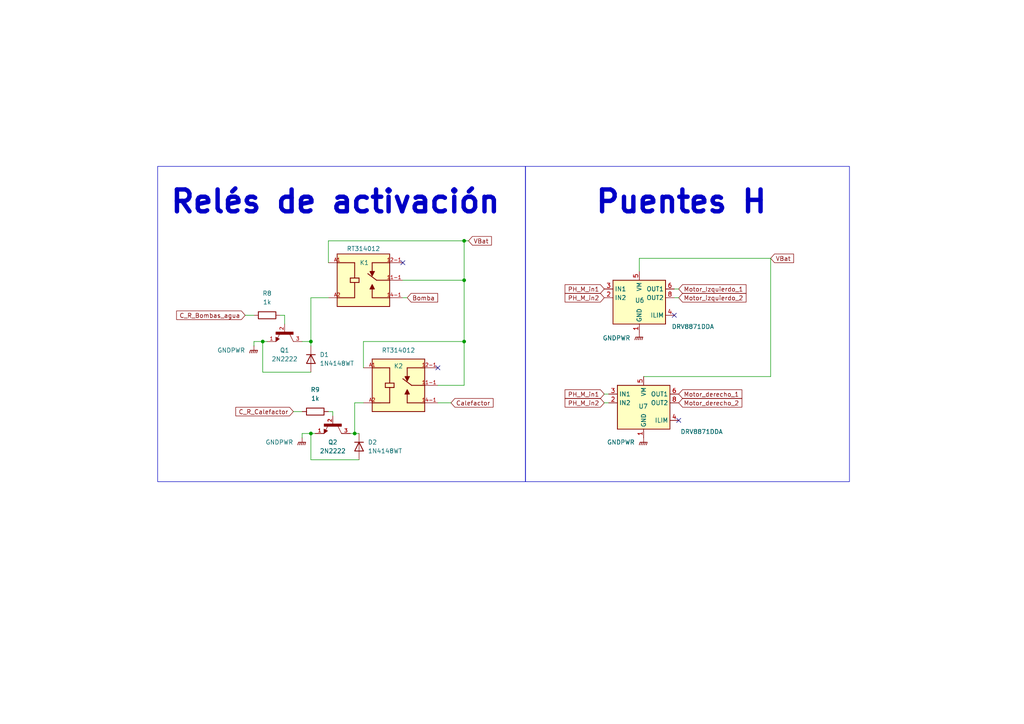
<source format=kicad_sch>
(kicad_sch (version 20250114) (generator "eeschema") (generator_version "9.0")
  (paper "A4")
  (title_block (title "Circuitos de Potencia") (date "2025-03-31") (company "Universidad de Barcelona") (comment 1 "Argibay Manuel, Yang Alex"))
  (lib_symbols
    (symbol "2N2222:2N2222" (pin_names (offset 1.016))
      (property "Reference" "Q" (at -10.16 7.62 0))
      (property "Value" "2N2222" (at -10.16 -7.62 0))
      (symbol "2N2222_0_0"
        (rectangle (start -0.254 -2.54) (end 0.508 2.54) (stroke (width 0.1)) (fill (type outline)))
        (polyline (pts (xy 1.27 -2.54) (xy 1.778 -1.524)) (stroke (width 0.1524)))
        (polyline (pts (xy 1.524 -2.286) (xy 1.905 -2.286)) (stroke (width 0.254)))
        (polyline (pts (xy 1.524 -2.413) (xy 2.286 -2.413)) (stroke (width 0.254)))
        (polyline (pts (xy 1.54 -2.04) (xy 0.308 -1.424)) (stroke (width 0.1524)))
        (polyline (pts (xy 1.778 -1.524) (xy 2.54 -2.54)) (stroke (width 0.1524)))
        (polyline (pts (xy 1.778 -1.778) (xy 1.524 -2.286)) (stroke (width 0.254)))
        (polyline (pts (xy 1.905 -2.286) (xy 1.778 -2.032)) (stroke (width 0.254)))
        (polyline (pts (xy 2.286 -2.413) (xy 1.778 -1.778)) (stroke (width 0.254)))
        (polyline (pts (xy 2.54 2.54) (xy 0.508 1.524)) (stroke (width 0.1524)))
        (polyline (pts (xy 2.54 -2.54) (xy 1.27 -2.54)) (stroke (width 0.1524)))
        (pin passive line (at -2.54 0 0) (length 2.54) (name "~") (number "2"))
        (pin passive line (at 2.54 5.08 270) (length 2.54) (name "~") (number "3"))
        (pin passive line (at 2.54 -5.08 90) (length 2.54) (name "~") (number "1"))
      )
    )
    (symbol "Device:R" (pin_numbers (hide yes)) (pin_names (offset 0))
      (property "Reference" "R" (at 2.032 0 90))
      (property "Value" "R" (at 0 0 90))
      (symbol "R_0_1"
        (rectangle (start -1.016 -2.54) (end 1.016 2.54) (stroke (width 0.254)))
      )
      (symbol "R_1_1"
        (pin passive line (at 0 3.81 270) (length 1.27) (name "~") (number "1"))
        (pin passive line (at 0 -3.81 90) (length 1.27) (name "~") (number "2"))
      )
    )
    (symbol "Diode:1N4148WT" (pin_numbers (hide yes)) (pin_names (hide yes))
      (property "Reference" "D" (at 0 2.54 0))
      (property "Value" "1N4148WT" (at 0 -2.54 0))
      (symbol "1N4148WT_0_1"
        (polyline (pts (xy -1.27 1.27) (xy -1.27 -1.27)) (stroke (width 0.254)))
        (polyline (pts (xy 1.27 1.27) (xy 1.27 -1.27) (xy -1.27 0) (xy 1.27 1.27)) (stroke (width 0.254)))
        (polyline (pts (xy 1.27 0) (xy -1.27 0)))
      )
      (symbol "1N4148WT_1_1"
        (pin passive line (at -3.81 0 0) (length 2.54) (name "K") (number "1"))
        (pin passive line (at 3.81 0 180) (length 2.54) (name "A") (number "2"))
      )
    )
    (symbol "Driver_Motor:DRV8871DDA"
      (property "Reference" "U" (at -6.35 6.35 0))
      (property "Value" "DRV8871DDA" (at 8.89 6.35 0))
      (symbol "DRV8871DDA_0_1"
        (rectangle (start -7.62 5.08) (end 7.62 -7.62) (stroke (width 0.254)) (fill (type background)))
      )
      (symbol "DRV8871DDA_1_1"
        (pin input line (at -10.16 2.54 0) (length 2.54) (name "IN1") (number "3"))
        (pin input line (at -10.16 0 0) (length 2.54) (name "IN2") (number "2"))
        (pin power_in line (at 0 7.62 270) (length 2.54) (name "VM") (number "5"))
        (pin power_in line (at 0 -10.16 90) (length 2.54) (name "GND") (number "1"))
        (pin passive line (at 0 -10.16 90) (length 2.54) (hide yes) (name "GND") (number "7"))
        (pin passive line (at 0 -10.16 90) (length 2.54) (hide yes) (name "GND") (number "9"))
        (pin output line (at 10.16 2.54 180) (length 2.54) (name "OUT1") (number "6"))
        (pin output line (at 10.16 0 180) (length 2.54) (name "OUT2") (number "8"))
        (pin passive line (at 10.16 -5.08 180) (length 2.54) (name "ILIM") (number "4"))
      )
    )
    (symbol "RT314012:RT314012" (pin_names (offset 1.016))
      (property "Reference" "K" (at -7.62 8.89 0))
      (property "Value" "RT314012" (at -7.62 -10.16 0))
      (symbol "RT314012_0_0"
        (polyline (pts (xy -7.62 5.08) (xy -2.54 5.08)) (stroke (width 0.254)))
        (polyline (pts (xy -7.62 -5.08) (xy -2.54 -5.08)) (stroke (width 0.254)))
        (rectangle (start -7.62 -7.62) (end 7.62 7.62) (stroke (width 0.254)) (fill (type background)))
        (polyline (pts (xy -3.81 0.635) (xy -2.54 0.635)) (stroke (width 0.254)))
        (polyline (pts (xy -3.81 -0.635) (xy -3.81 0.635)) (stroke (width 0.254)))
        (polyline (pts (xy -2.54 5.08) (xy -2.54 0.635)) (stroke (width 0.254)))
        (polyline (pts (xy -2.54 0.635) (xy -1.27 0.635)) (stroke (width 0.254)))
        (polyline (pts (xy -2.54 -0.635) (xy -3.81 -0.635)) (stroke (width 0.254)))
        (polyline (pts (xy -2.54 -0.635) (xy -2.54 -5.08)) (stroke (width 0.254)))
        (polyline (pts (xy -1.27 0.635) (xy -1.27 -0.635)) (stroke (width 0.254)))
        (polyline (pts (xy -1.27 -0.635) (xy -2.54 -0.635)) (stroke (width 0.254)))
        (polyline (pts (xy 1.905 -2.54) (xy 3.175 -2.54) (xy 2.54 -1.27) (xy 1.905 -2.54)) (stroke (width 0.254)) (fill (type outline)))
        (polyline (pts (xy 2.54 5.08) (xy 2.54 2.54)) (stroke (width 0.254)))
        (polyline (pts (xy 2.54 5.08) (xy 7.62 5.08)) (stroke (width 0.254)))
        (polyline (pts (xy 2.54 -5.08) (xy 2.54 -2.54)) (stroke (width 0.254)))
        (polyline (pts (xy 3.175 2.54) (xy 1.905 2.54) (xy 2.54 1.27) (xy 3.175 2.54)) (stroke (width 0.254)) (fill (type outline)))
        (polyline (pts (xy 3.81 0) (xy 1.27 1.905)) (stroke (width 0.254)))
        (polyline (pts (xy 7.62 0) (xy 3.81 0)) (stroke (width 0.254)))
        (polyline (pts (xy 7.62 -5.08) (xy 2.54 -5.08)) (stroke (width 0.254)))
        (pin passive line (at -10.16 5.08 0) (length 5.08) (name "~") (number "A1"))
        (pin passive line (at -10.16 -5.08 0) (length 5.08) (name "~") (number "A2"))
        (pin passive line (at 11.43 5.08 180) (length 5.08) (name "~") (number "12-1"))
        (pin passive line (at 11.43 0 180) (length 5.08) (name "~") (number "11-1"))
        (pin passive line (at 11.43 -5.08 180) (length 5.08) (name "~") (number "14-1"))
      )
    )
    (symbol "power:GNDPWR" (power) (pin_numbers (hide yes)) (pin_names (offset 0) (hide yes))
      (property "Value" "GNDPWR" (at 0 -3.302 0))
      (symbol "GNDPWR_0_1"
        (polyline (pts (xy -1.016 -1.27) (xy -1.27 -2.032) (xy -1.27 -2.032)) (stroke (width 0.2032)))
        (polyline (pts (xy -0.508 -1.27) (xy -0.762 -2.032) (xy -0.762 -2.032)) (stroke (width 0.2032)))
        (polyline (pts (xy 0 -1.27) (xy 0 0)))
        (polyline (pts (xy 0 -1.27) (xy -0.254 -2.032) (xy -0.254 -2.032)) (stroke (width 0.2032)))
        (polyline (pts (xy 0.508 -1.27) (xy 0.254 -2.032) (xy 0.254 -2.032)) (stroke (width 0.2032)))
        (polyline (pts (xy 1.016 -1.27) (xy -1.016 -1.27) (xy -1.016 -1.27)) (stroke (width 0.2032)))
        (polyline (pts (xy 1.016 -1.27) (xy 0.762 -2.032) (xy 0.762 -2.032) (xy 0.762 -2.032)) (stroke (width 0.2032)))
      )
      (symbol "GNDPWR_1_1"
        (pin power_in line (at 0 0 270) (length 0) (name "~") (number "1"))
      )
    )
  )
  (rectangle (start 45.72 48.26) (end 152.4 139.7))
  (rectangle (start 152.4 48.26) (end 246.38 139.7))
  (text "Relés de activación" (at 97.282 58.674 0) (effects (font (size 6.35 6.35) (thickness 1.27) (bold yes))))
  (text "Puentes H" (at 197.612 58.674 0) (effects (font (size 6.35 6.35) (thickness 1.27) (bold yes))))
  (junction (at 134.62 81.28))
  (junction (at 90.17 99.06))
  (junction (at 76.2 99.06))
  (junction (at 134.62 69.85))
  (junction (at 90.17 125.73))
  (junction (at 102.87 125.73))
  (junction (at 134.62 99.06))
  (no_connect (at 195.58 91.44))
  (no_connect (at 196.85 121.92))
  (no_connect (at 116.84 76.2))
  (no_connect (at 127 106.68))
  (wire (pts (xy 195.58 83.82) (xy 196.85 83.82)))
  (wire (pts (xy 127 116.84) (xy 130.81 116.84)))
  (wire (pts (xy 96.52 119.38) (xy 96.52 120.65)))
  (wire (pts (xy 73.66 100.33) (xy 73.66 99.06)))
  (wire (pts (xy 76.2 99.06) (xy 77.47 99.06)))
  (wire (pts (xy 90.17 86.36) (xy 95.25 86.36)))
  (wire (pts (xy 90.17 125.73) (xy 91.44 125.73)))
  (wire (pts (xy 185.42 74.93) (xy 185.42 78.74)))
  (wire (pts (xy 90.17 125.73) (xy 90.17 133.35)))
  (wire (pts (xy 185.42 74.93) (xy 223.52 74.93)))
  (wire (pts (xy 95.25 76.2) (xy 95.25 69.85)))
  (wire (pts (xy 116.84 81.28) (xy 134.62 81.28)))
  (wire (pts (xy 76.2 99.06) (xy 76.2 107.95)))
  (wire (pts (xy 223.52 74.93) (xy 223.52 109.22)))
  (wire (pts (xy 73.66 99.06) (xy 76.2 99.06)))
  (wire (pts (xy 175.26 116.84) (xy 176.53 116.84)))
  (wire (pts (xy 90.17 86.36) (xy 90.17 99.06)))
  (wire (pts (xy 134.62 99.06) (xy 134.62 111.76)))
  (wire (pts (xy 104.14 133.35) (xy 90.17 133.35)))
  (wire (pts (xy 82.55 91.44) (xy 82.55 93.98)))
  (wire (pts (xy 102.87 116.84) (xy 105.41 116.84)))
  (wire (pts (xy 186.69 109.22) (xy 223.52 109.22)))
  (wire (pts (xy 102.87 125.73) (xy 104.14 125.73)))
  (wire (pts (xy 135.89 69.85) (xy 134.62 69.85)))
  (wire (pts (xy 87.63 127) (xy 87.63 125.73)))
  (wire (pts (xy 95.25 119.38) (xy 96.52 119.38)))
  (wire (pts (xy 175.26 114.3) (xy 176.53 114.3)))
  (wire (pts (xy 87.63 125.73) (xy 90.17 125.73)))
  (wire (pts (xy 95.25 69.85) (xy 134.62 69.85)))
  (wire (pts (xy 105.41 106.68) (xy 105.41 99.06)))
  (wire (pts (xy 134.62 69.85) (xy 134.62 81.28)))
  (wire (pts (xy 90.17 99.06) (xy 90.17 100.33)))
  (wire (pts (xy 102.87 125.73) (xy 102.87 116.84)))
  (wire (pts (xy 101.6 125.73) (xy 102.87 125.73)))
  (wire (pts (xy 81.28 91.44) (xy 82.55 91.44)))
  (wire (pts (xy 85.09 119.38) (xy 87.63 119.38)))
  (wire (pts (xy 127 111.76) (xy 134.62 111.76)))
  (wire (pts (xy 90.17 107.95) (xy 76.2 107.95)))
  (wire (pts (xy 116.84 86.36) (xy 118.11 86.36)))
  (wire (pts (xy 71.12 91.44) (xy 73.66 91.44)))
  (wire (pts (xy 134.62 81.28) (xy 134.62 99.06)))
  (wire (pts (xy 105.41 99.06) (xy 134.62 99.06)))
  (wire (pts (xy 195.58 86.36) (xy 196.85 86.36)))
  (wire (pts (xy 87.63 99.06) (xy 90.17 99.06)))
  (global_label "PH_M_in2" (shape input) (at 175.26 116.84 180) (property "Intersheetrefs" "${INTERSHEET_REFS}" (effects (hide yes))))
  (global_label "PH_M_in1" (shape input) (at 175.26 83.82 180) (property "Intersheetrefs" "${INTERSHEET_REFS}" (effects (hide yes))))
  (global_label "Motor_derecho_2" (shape input) (at 196.85 116.84 0) (property "Intersheetrefs" "${INTERSHEET_REFS}" (effects (hide yes))))
  (global_label "Motor_izquierdo_2" (shape input) (at 196.85 86.36 0) (property "Intersheetrefs" "${INTERSHEET_REFS}" (effects (hide yes))))
  (global_label "VBat" (shape input) (at 223.52 74.93 0) (property "Intersheetrefs" "${INTERSHEET_REFS}" (effects (hide yes))))
  (global_label "Motor_Izquierdo_1" (shape input) (at 196.85 83.82 0) (property "Intersheetrefs" "${INTERSHEET_REFS}" (effects (hide yes))))
  (global_label "C_R_Bombas_agua" (shape input) (at 71.12 91.44 180) (property "Intersheetrefs" "${INTERSHEET_REFS}" (effects (hide yes))))
  (global_label "VBat" (shape input) (at 135.89 69.85 0) (property "Intersheetrefs" "${INTERSHEET_REFS}" (effects (hide yes))))
  (global_label "Calefactor" (shape input) (at 130.81 116.84 0) (property "Intersheetrefs" "${INTERSHEET_REFS}" (effects (hide yes))))
  (global_label "C_R_Calefactor" (shape input) (at 85.09 119.38 180) (property "Intersheetrefs" "${INTERSHEET_REFS}" (effects (hide yes))))
  (global_label "PH_M_in2" (shape input) (at 175.26 86.36 180) (property "Intersheetrefs" "${INTERSHEET_REFS}" (effects (hide yes))))
  (global_label "PH_M_in1" (shape input) (at 175.26 114.3 180) (property "Intersheetrefs" "${INTERSHEET_REFS}" (effects (hide yes))))
  (global_label "Bomba" (shape input) (at 118.11 86.36 0) (property "Intersheetrefs" "${INTERSHEET_REFS}" (effects (hide yes))))
  (global_label "Motor_derecho_1" (shape input) (at 196.85 114.3 0) (property "Intersheetrefs" "${INTERSHEET_REFS}" (effects (hide yes))))
  (symbol (lib_id "RT314012:RT314012") (at 115.57 111.76 0) (unit 1)
    (property "Reference" "K2" (at 115.57 106.172 0))
    (property "Value" "RT314012" (at 115.57 101.6 0))
    (property "Footprint" "Footprints:RT314012" (effects (hide yes)))
    (property "Comment" "9-1393239-5" (effects (hide yes)))
    (property "MF" "TE Connectivity" (effects (hide yes)))
    (property "MAXIMUM_PACKAGE_HEIGHT" "15.7 mm" (effects (hide yes)))
    (property "Package" "None" (effects (hide yes)))
    (property "Price" "None" (effects (hide yes)))
    (property "Check_prices" "https://www.snapeda.com/parts/RT314012/TE+Connectivity+Potter+%2526+Brumfield+Relays/view-part/?ref=eda" (effects (hide yes)))
    (property "STANDARD" "Manufacturer Recommendations" (effects (hide yes)))
    (property "PARTREV" "0120" (effects (hide yes)))
    (property "SnapEDA_Link" "https://www.snapeda.com/parts/RT314012/TE+Connectivity+Potter+%2526+Brumfield+Relays/view-part/?ref=snap" (effects (hide yes)))
    (property "MP" "RT314012" (effects (hide yes)))
    (property "Description_1" "General Purpose Relay SPDT (1 Form C) 12VDC Coil Through Hole" (effects (hide yes)))
    (property "Availability" "In Stock" (effects (hide yes)))
    (property "MANUFACTURER" "TE Connectivity" (effects (hide yes)))
  )
  (symbol (lib_id "power:GNDPWR") (at 186.69 127 0) (unit 1)
    (property "Reference" "#PWR023" (effects (hide yes)))
    (property "Value" "GNDPWR" (at 180.086 128.27 0))
    (property "Description" "Power symbol creates a global label with name \"GNDPWR\" , global ground" (effects (hide yes)))
  )
  (symbol (lib_id "Device:R") (at 77.47 91.44 90) (unit 1)
    (property "Reference" "R8" (at 77.47 85.09 90))
    (property "Value" "1k" (at 77.47 87.63 90))
    (property "Footprint" "Resistor_SMD:R_0805_2012Metric" (effects (hide yes)))
    (property "Description" "Resistor" (effects (hide yes)))
  )
  (symbol (lib_id "power:GNDPWR") (at 87.63 127 0) (unit 1)
    (property "Reference" "#PWR021" (effects (hide yes)))
    (property "Value" "GNDPWR" (at 81.026 128.27 0))
    (property "Description" "Power symbol creates a global label with name \"GNDPWR\" , global ground" (effects (hide yes)))
  )
  (symbol (lib_id "power:GNDPWR") (at 185.42 96.52 0) (unit 1)
    (property "Reference" "#PWR022" (effects (hide yes)))
    (property "Value" "GNDPWR" (at 178.816 98.044 0))
    (property "Description" "Power symbol creates a global label with name \"GNDPWR\" , global ground" (effects (hide yes)))
  )
  (symbol (lib_id "RT314012:RT314012") (at 105.41 81.28 0) (unit 1)
    (property "Reference" "K1" (at 105.664 76.2 0))
    (property "Value" "RT314012" (at 105.41 72.136 0))
    (property "Footprint" "Footprints:RT314012" (effects (hide yes)))
    (property "Comment" "9-1393239-5" (effects (hide yes)))
    (property "MF" "TE Connectivity" (effects (hide yes)))
    (property "MAXIMUM_PACKAGE_HEIGHT" "15.7 mm" (effects (hide yes)))
    (property "Package" "None" (effects (hide yes)))
    (property "Price" "None" (effects (hide yes)))
    (property "Check_prices" "https://www.snapeda.com/parts/RT314012/TE+Connectivity+Potter+%2526+Brumfield+Relays/view-part/?ref=eda" (effects (hide yes)))
    (property "STANDARD" "Manufacturer Recommendations" (effects (hide yes)))
    (property "PARTREV" "0120" (effects (hide yes)))
    (property "SnapEDA_Link" "https://www.snapeda.com/parts/RT314012/TE+Connectivity+Potter+%2526+Brumfield+Relays/view-part/?ref=snap" (effects (hide yes)))
    (property "MP" "RT314012" (effects (hide yes)))
    (property "Description_1" "General Purpose Relay SPDT (1 Form C) 12VDC Coil Through Hole" (effects (hide yes)))
    (property "Availability" "In Stock" (effects (hide yes)))
    (property "MANUFACTURER" "TE Connectivity" (effects (hide yes)))
  )
  (symbol (lib_id "2N2222:2N2222") (at 96.52 123.19 270) (unit 1)
    (property "Reference" "Q2" (at 96.52 128.27 90))
    (property "Value" "2N2222" (at 96.52 130.81 90))
    (property "Footprint" "Footprints:2N2222" (effects (hide yes)))
    (property "MF" "STMicroelectronics" (effects (hide yes)))
    (property "MAXIMUM_PACKAGE_HEIGHT" "7.3 mm" (effects (hide yes)))
    (property "Package" "TO-18 Texas Instruments" (effects (hide yes)))
    (property "Price" "None" (effects (hide yes)))
    (property "Check_prices" "https://www.snapeda.com/parts/2N2222/STMicroelectronics/view-part/?ref=eda" (effects (hide yes)))
    (property "STANDARD" "IPC 7351B" (effects (hide yes)))
    (property "PARTREV" "January 1989" (effects (hide yes)))
    (property "SnapEDA_Link" "https://www.snapeda.com/parts/2N2222/STMicroelectronics/view-part/?ref=snap" (effects (hide yes)))
    (property "MP" "2N2222" (effects (hide yes)))
    (property "Description_1" "Bipolar (BJT) Transistor NPN 30 V 600 mA 250MHz 500 mW Through Hole TO-18" (effects (hide yes)))
    (property "Availability" "Not in stock" (effects (hide yes)))
    (property "MANUFACTURER" "STMicroelectronics" (effects (hide yes)))
  )
  (symbol (lib_id "2N2222:2N2222") (at 82.55 96.52 270) (unit 1)
    (property "Reference" "Q1" (at 82.55 101.6 90))
    (property "Value" "2N2222" (at 82.55 104.14 90))
    (property "Footprint" "Footprints:2N2222" (effects (hide yes)))
    (property "MF" "STMicroelectronics" (effects (hide yes)))
    (property "MAXIMUM_PACKAGE_HEIGHT" "7.3 mm" (effects (hide yes)))
    (property "Package" "TO-18 Texas Instruments" (effects (hide yes)))
    (property "Price" "None" (effects (hide yes)))
    (property "Check_prices" "https://www.snapeda.com/parts/2N2222/STMicroelectronics/view-part/?ref=eda" (effects (hide yes)))
    (property "STANDARD" "IPC 7351B" (effects (hide yes)))
    (property "PARTREV" "January 1989" (effects (hide yes)))
    (property "SnapEDA_Link" "https://www.snapeda.com/parts/2N2222/STMicroelectronics/view-part/?ref=snap" (effects (hide yes)))
    (property "MP" "2N2222" (effects (hide yes)))
    (property "Description_1" "Bipolar (BJT) Transistor NPN 30 V 600 mA 250MHz 500 mW Through Hole TO-18" (effects (hide yes)))
    (property "Availability" "Not in stock" (effects (hide yes)))
    (property "MANUFACTURER" "STMicroelectronics" (effects (hide yes)))
  )
  (symbol (lib_id "Diode:1N4148WT") (at 104.14 129.54 270) (unit 1)
    (property "Reference" "D2" (at 106.68 128.2699 90) (effects (justify left)))
    (property "Value" "1N4148WT" (at 106.68 130.8099 90) (effects (justify left)))
    (property "Footprint" "Diode_SMD:D_SOD-523" (effects (hide yes)))
    (property "Datasheet" "https://www.diodes.com/assets/Datasheets/ds30396.pdf" (effects (hide yes)))
    (property "Description" "75V 0.15A Fast switching Diode, SOD-523" (effects (hide yes)))
    (property "Sim.Device" "D" (effects (hide yes)))
    (property "Sim.Pins" "1=K 2=A" (effects (hide yes)))
  )
  (symbol (lib_id "power:GNDPWR") (at 73.66 100.33 0) (unit 1)
    (property "Reference" "#PWR020" (effects (hide yes)))
    (property "Value" "GNDPWR" (at 67.056 101.6 0))
    (property "Description" "Power symbol creates a global label with name \"GNDPWR\" , global ground" (effects (hide yes)))
  )
  (symbol (lib_id "Driver_Motor:DRV8871DDA") (at 185.42 86.36 0) (unit 1)
    (property "Reference" "U6" (at 184.15 87.122 0) (effects (justify left)))
    (property "Value" "DRV8871DDA" (at 194.818 94.742 0) (effects (justify left)))
    (property "Footprint" "Package_SO:Texas_HTSOP-8-1EP_3.9x4.9mm_P1.27mm_EP2.95x4.9mm_Mask2.4x3.1mm_ThermalVias" (effects (hide yes)))
    (property "Datasheet" "http://www.ti.com/lit/ds/symlink/drv8871.pdf" (effects (hide yes)))
    (property "Description" "Brushed DC Motor Driver, PWM Control, 45V, 3.6A, Current limiting, HTSOP-8" (effects (hide yes)))
  )
  (symbol (lib_id "Device:R") (at 91.44 119.38 90) (unit 1)
    (property "Reference" "R9" (at 91.44 113.03 90))
    (property "Value" "1k" (at 91.44 115.57 90))
    (property "Footprint" "Resistor_SMD:R_0805_2012Metric" (effects (hide yes)))
    (property "Description" "Resistor" (effects (hide yes)))
  )
  (symbol (lib_id "Driver_Motor:DRV8871DDA") (at 186.69 116.84 0) (unit 1)
    (property "Reference" "U7" (at 185.166 117.856 0) (effects (justify left)))
    (property "Value" "DRV8871DDA" (at 197.358 125.222 0) (effects (justify left)))
    (property "Footprint" "Package_SO:Texas_HTSOP-8-1EP_3.9x4.9mm_P1.27mm_EP2.95x4.9mm_Mask2.4x3.1mm_ThermalVias" (effects (hide yes)))
    (property "Datasheet" "http://www.ti.com/lit/ds/symlink/drv8871.pdf" (effects (hide yes)))
    (property "Description" "Brushed DC Motor Driver, PWM Control, 45V, 3.6A, Current limiting, HTSOP-8" (effects (hide yes)))
  )
  (symbol (lib_id "Diode:1N4148WT") (at 90.17 104.14 270) (unit 1)
    (property "Reference" "D1" (at 92.71 102.8699 90) (effects (justify left)))
    (property "Value" "1N4148WT" (at 92.71 105.4099 90) (effects (justify left)))
    (property "Footprint" "Diode_SMD:D_SOD-523" (effects (hide yes)))
    (property "Datasheet" "https://www.diodes.com/assets/Datasheets/ds30396.pdf" (effects (hide yes)))
    (property "Description" "75V 0.15A Fast switching Diode, SOD-523" (effects (hide yes)))
    (property "Sim.Device" "D" (effects (hide yes)))
    (property "Sim.Pins" "1=K 2=A" (effects (hide yes)))
  )
)
</source>
